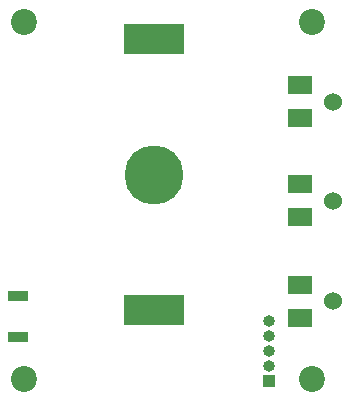
<source format=gbs>
G04 #@! TF.FileFunction,Soldermask,Bot*
%FSLAX46Y46*%
G04 Gerber Fmt 4.6, Leading zero omitted, Abs format (unit mm)*
G04 Created by KiCad (PCBNEW 4.0.5) date 09/25/17 19:21:38*
%MOMM*%
%LPD*%
G01*
G04 APERTURE LIST*
%ADD10C,0.100000*%
%ADD11R,1.000000X1.000000*%
%ADD12O,1.000000X1.000000*%
%ADD13R,5.100000X2.500000*%
%ADD14C,5.000000*%
%ADD15R,1.700000X0.900000*%
%ADD16C,1.524000*%
%ADD17R,2.000000X1.500000*%
%ADD18C,2.200000*%
G04 APERTURE END LIST*
D10*
D11*
X123825000Y-86741000D03*
D12*
X123825000Y-85471000D03*
X123825000Y-84201000D03*
X123825000Y-82931000D03*
X123825000Y-81661000D03*
D13*
X114109500Y-80728500D03*
X114109500Y-57828500D03*
D14*
X114109500Y-69278500D03*
D15*
X102616000Y-79580000D03*
X102616000Y-82980000D03*
D16*
X129254000Y-80010000D03*
D17*
X126454000Y-81410000D03*
X126454000Y-78610000D03*
D16*
X129254000Y-71501000D03*
D17*
X126454000Y-72901000D03*
X126454000Y-70101000D03*
D16*
X129254000Y-63119000D03*
D17*
X126454000Y-64519000D03*
X126454000Y-61719000D03*
D18*
X103124000Y-86614000D03*
X127508000Y-56388000D03*
X127508000Y-86614000D03*
X103124000Y-56388000D03*
M02*

</source>
